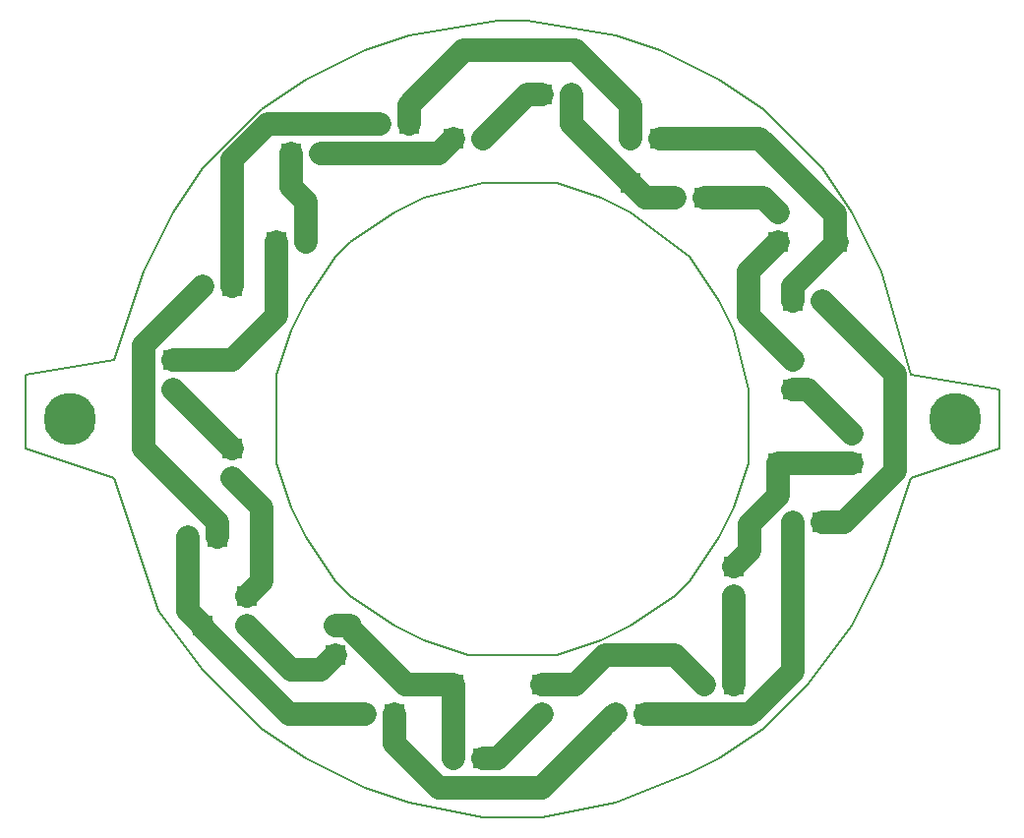
<source format=gbr>
G04 #@! TF.GenerationSoftware,KiCad,Pcbnew,(5.0.0)*
G04 #@! TF.CreationDate,2019-09-06T15:21:04-04:00*
G04 #@! TF.ProjectId,RG_Led_ring,52475F4C65645F72696E672E6B696361,rev?*
G04 #@! TF.SameCoordinates,Original*
G04 #@! TF.FileFunction,Copper,L2,Bot,Signal*
G04 #@! TF.FilePolarity,Positive*
%FSLAX46Y46*%
G04 Gerber Fmt 4.6, Leading zero omitted, Abs format (unit mm)*
G04 Created by KiCad (PCBNEW (5.0.0)) date 09/06/19 15:21:04*
%MOMM*%
%LPD*%
G01*
G04 APERTURE LIST*
G04 #@! TA.AperFunction,NonConductor*
%ADD10C,0.150000*%
G04 #@! TD*
G04 #@! TA.AperFunction,ComponentPad*
%ADD11R,1.800000X1.800000*%
G04 #@! TD*
G04 #@! TA.AperFunction,ComponentPad*
%ADD12C,1.800000*%
G04 #@! TD*
G04 #@! TA.AperFunction,ComponentPad*
%ADD13C,4.500000*%
G04 #@! TD*
G04 #@! TA.AperFunction,ComponentPad*
%ADD14R,1.700000X1.700000*%
G04 #@! TD*
G04 #@! TA.AperFunction,Conductor*
%ADD15C,2.000000*%
G04 #@! TD*
G04 APERTURE END LIST*
D10*
X210820000Y-99060000D02*
X213360000Y-102870000D01*
X209550000Y-96520000D02*
X210820000Y-99060000D01*
X208280000Y-92710000D02*
X209550000Y-96520000D01*
X208280000Y-91440000D02*
X208280000Y-92710000D01*
X208280000Y-90170000D02*
X208280000Y-91440000D01*
X208280000Y-85090000D02*
X208280000Y-90170000D01*
X209550000Y-81280000D02*
X208280000Y-85090000D01*
X210820000Y-78740000D02*
X209550000Y-81280000D01*
X213360000Y-74930000D02*
X210820000Y-78740000D01*
X214630000Y-73660000D02*
X213360000Y-74930000D01*
X218440000Y-71120000D02*
X214630000Y-73660000D01*
X220980000Y-69850000D02*
X218440000Y-71120000D01*
X226060000Y-68580000D02*
X220980000Y-69850000D01*
X232410000Y-68580000D02*
X226060000Y-68580000D01*
X236220000Y-69850000D02*
X232410000Y-68580000D01*
X238760000Y-71120000D02*
X236220000Y-69850000D01*
X243840000Y-74930000D02*
X238760000Y-71120000D01*
X246380000Y-78740000D02*
X243840000Y-74930000D01*
X247650000Y-81280000D02*
X246380000Y-78740000D01*
X248920000Y-86360000D02*
X247650000Y-81280000D01*
X248920000Y-91440000D02*
X248920000Y-86360000D01*
X248920000Y-92710000D02*
X248920000Y-91440000D01*
X247650000Y-96520000D02*
X248920000Y-92710000D01*
X246380000Y-99060000D02*
X247650000Y-96520000D01*
X243840000Y-102870000D02*
X246380000Y-99060000D01*
X242570000Y-104140000D02*
X243840000Y-102870000D01*
X238760000Y-106680000D02*
X242570000Y-104140000D01*
X236220000Y-107950000D02*
X238760000Y-106680000D01*
X232410000Y-109220000D02*
X236220000Y-107950000D01*
X224790000Y-109220000D02*
X232410000Y-109220000D01*
X220980000Y-107950000D02*
X224790000Y-109220000D01*
X218440000Y-106680000D02*
X220980000Y-107950000D01*
X214630000Y-104140000D02*
X218440000Y-106680000D01*
X213360000Y-102870000D02*
X214630000Y-104140000D01*
X219710000Y-55880000D02*
X215900000Y-57150000D01*
X227330000Y-54610000D02*
X219710000Y-55880000D01*
X229870000Y-54610000D02*
X227330000Y-54610000D01*
X250190000Y-62230000D02*
X246380000Y-59690000D01*
X252730000Y-64770000D02*
X250190000Y-62230000D01*
X255270000Y-67310000D02*
X252730000Y-64770000D01*
X257810000Y-71120000D02*
X255270000Y-67310000D01*
X261620000Y-97790000D02*
X262890000Y-93980000D01*
X260350000Y-101600000D02*
X261620000Y-97790000D01*
X257810000Y-106680000D02*
X260350000Y-101600000D01*
X254000000Y-111760000D02*
X257810000Y-106680000D01*
X250190000Y-115570000D02*
X254000000Y-111760000D01*
X246380000Y-118110000D02*
X250190000Y-115570000D01*
X243840000Y-119380000D02*
X246380000Y-118110000D01*
X237490000Y-121920000D02*
X243840000Y-119380000D01*
X231140000Y-123190000D02*
X237490000Y-121920000D01*
X226060000Y-123190000D02*
X231140000Y-123190000D01*
X219710000Y-121920000D02*
X226060000Y-123190000D01*
X215900000Y-120650000D02*
X219710000Y-121920000D01*
X210820000Y-118110000D02*
X215900000Y-120650000D01*
X207010000Y-115570000D02*
X210820000Y-118110000D01*
X205740000Y-114300000D02*
X207010000Y-115570000D01*
X201930000Y-110490000D02*
X205740000Y-114300000D01*
X198120000Y-105410000D02*
X201930000Y-110490000D01*
X196850000Y-101600000D02*
X198120000Y-105410000D01*
X195580000Y-97790000D02*
X196850000Y-101600000D01*
X194310000Y-93980000D02*
X195580000Y-97790000D01*
X195580000Y-80010000D02*
X194310000Y-83820000D01*
X196850000Y-76200000D02*
X195580000Y-80010000D01*
X198120000Y-73660000D02*
X196850000Y-76200000D01*
X199390000Y-71120000D02*
X198120000Y-73660000D01*
X201930000Y-67310000D02*
X199390000Y-71120000D01*
X204470000Y-64770000D02*
X201930000Y-67310000D01*
X207010000Y-62230000D02*
X204470000Y-64770000D01*
X210820000Y-59690000D02*
X207010000Y-62230000D01*
X213360000Y-58420000D02*
X210820000Y-59690000D01*
X215900000Y-57150000D02*
X213360000Y-58420000D01*
X237490000Y-55880000D02*
X229870000Y-54610000D01*
X241300000Y-57150000D02*
X237490000Y-55880000D01*
X246380000Y-59690000D02*
X241300000Y-57150000D01*
X260350000Y-76200000D02*
X257810000Y-71120000D01*
X262890000Y-85090000D02*
X260350000Y-76200000D01*
X262890000Y-93980000D02*
X270510000Y-91440000D01*
X262890000Y-85090000D02*
X270510000Y-86360000D01*
X186690000Y-91440000D02*
X194310000Y-93980000D01*
X186690000Y-85090000D02*
X194310000Y-83820000D01*
X186690000Y-85090000D02*
X186690000Y-91440000D01*
X270510000Y-91440000D02*
X270510000Y-86360000D01*
D11*
G04 #@! TO.P,D1,1*
G04 #@! TO.N,Net-(D1-Pad1)*
X203200000Y-99060000D03*
D12*
G04 #@! TO.P,D1,2*
G04 #@! TO.N,Net-(D1-Pad2)*
X200660000Y-99060000D03*
G04 #@! TD*
G04 #@! TO.P,D2,2*
G04 #@! TO.N,Net-(D1-Pad1)*
X201930000Y-77470000D03*
D11*
G04 #@! TO.P,D2,1*
G04 #@! TO.N,Net-(D2-Pad1)*
X204470000Y-77470000D03*
G04 #@! TD*
G04 #@! TO.P,D3,1*
G04 #@! TO.N,Net-(D3-Pad1)*
X219710000Y-63500000D03*
D12*
G04 #@! TO.P,D3,2*
G04 #@! TO.N,Net-(D2-Pad1)*
X217170000Y-63500000D03*
G04 #@! TD*
G04 #@! TO.P,D4,2*
G04 #@! TO.N,Net-(D3-Pad1)*
X238760000Y-64770000D03*
D11*
G04 #@! TO.P,D4,1*
G04 #@! TO.N,Net-(D4-Pad1)*
X241300000Y-64770000D03*
G04 #@! TD*
G04 #@! TO.P,D5,1*
G04 #@! TO.N,Net-(D4-Pad1)*
X252730000Y-78740000D03*
D12*
G04 #@! TO.P,D5,2*
G04 #@! TO.N,Net-(D5-Pad2)*
X255270000Y-78740000D03*
G04 #@! TD*
G04 #@! TO.P,D6,2*
G04 #@! TO.N,Net-(D6-Pad2)*
X252730000Y-97790000D03*
D11*
G04 #@! TO.P,D6,1*
G04 #@! TO.N,Net-(D5-Pad2)*
X255270000Y-97790000D03*
G04 #@! TD*
D12*
G04 #@! TO.P,D7,2*
G04 #@! TO.N,Net-(D7-Pad2)*
X237490000Y-114300000D03*
D11*
G04 #@! TO.P,D7,1*
G04 #@! TO.N,Net-(D6-Pad2)*
X240030000Y-114300000D03*
G04 #@! TD*
D12*
G04 #@! TO.P,D8,2*
G04 #@! TO.N,Net-(D1-Pad2)*
X215900000Y-114300000D03*
D11*
G04 #@! TO.P,D8,1*
G04 #@! TO.N,Net-(D7-Pad2)*
X218440000Y-114300000D03*
G04 #@! TD*
D12*
G04 #@! TO.P,D9,2*
G04 #@! TO.N,Net-(D10-Pad1)*
X247650000Y-104140000D03*
D11*
G04 #@! TO.P,D9,1*
G04 #@! TO.N,Net-(D20-Pad1)*
X247650000Y-101600000D03*
G04 #@! TD*
G04 #@! TO.P,D10,1*
G04 #@! TO.N,Net-(D10-Pad1)*
X247650000Y-111760000D03*
D12*
G04 #@! TO.P,D10,2*
G04 #@! TO.N,Net-(D10-Pad2)*
X245110000Y-111760000D03*
G04 #@! TD*
D11*
G04 #@! TO.P,D11,1*
G04 #@! TO.N,Net-(D10-Pad2)*
X231140000Y-111760000D03*
D12*
G04 #@! TO.P,D11,2*
G04 #@! TO.N,Net-(D11-Pad2)*
X231140000Y-114300000D03*
G04 #@! TD*
G04 #@! TO.P,D12,2*
G04 #@! TO.N,Net-(D12-Pad2)*
X223520000Y-118110000D03*
D11*
G04 #@! TO.P,D12,1*
G04 #@! TO.N,Net-(D11-Pad2)*
X226060000Y-118110000D03*
G04 #@! TD*
G04 #@! TO.P,D13,1*
G04 #@! TO.N,Net-(D13-Pad1)*
X213360000Y-109220000D03*
D12*
G04 #@! TO.P,D13,2*
G04 #@! TO.N,Net-(D12-Pad2)*
X213360000Y-106680000D03*
G04 #@! TD*
G04 #@! TO.P,D14,2*
G04 #@! TO.N,Net-(D13-Pad1)*
X205740000Y-106680000D03*
D11*
G04 #@! TO.P,D14,1*
G04 #@! TO.N,Net-(D14-Pad1)*
X205740000Y-104140000D03*
G04 #@! TD*
D12*
G04 #@! TO.P,D16,2*
G04 #@! TO.N,Net-(D15-Pad1)*
X199390000Y-86360000D03*
D11*
G04 #@! TO.P,D16,1*
G04 #@! TO.N,Net-(D16-Pad1)*
X199390000Y-83820000D03*
G04 #@! TD*
D13*
G04 #@! TO.P,MH1,1*
G04 #@! TO.N,N/C*
X190500000Y-88900000D03*
G04 #@! TD*
G04 #@! TO.P,MH2,1*
G04 #@! TO.N,N/C*
X266700000Y-88900000D03*
G04 #@! TD*
D11*
G04 #@! TO.P,D15,1*
G04 #@! TO.N,Net-(D15-Pad1)*
X204470000Y-91440000D03*
D12*
G04 #@! TO.P,D15,2*
G04 #@! TO.N,Net-(D14-Pad1)*
X204470000Y-93980000D03*
G04 #@! TD*
G04 #@! TO.P,D17,2*
G04 #@! TO.N,Net-(D17-Pad2)*
X242570000Y-69850000D03*
D11*
G04 #@! TO.P,D17,1*
G04 #@! TO.N,Net-(D17-Pad1)*
X245110000Y-69850000D03*
G04 #@! TD*
G04 #@! TO.P,D18,1*
G04 #@! TO.N,Net-(D18-Pad1)*
X251460000Y-73660000D03*
D12*
G04 #@! TO.P,D18,2*
G04 #@! TO.N,Net-(D17-Pad1)*
X251460000Y-71120000D03*
G04 #@! TD*
G04 #@! TO.P,D19,2*
G04 #@! TO.N,Net-(D18-Pad1)*
X252730000Y-83820000D03*
D11*
G04 #@! TO.P,D19,1*
G04 #@! TO.N,Net-(D19-Pad1)*
X252730000Y-86360000D03*
G04 #@! TD*
G04 #@! TO.P,D20,1*
G04 #@! TO.N,Net-(D20-Pad1)*
X257810000Y-92710000D03*
D12*
G04 #@! TO.P,D20,2*
G04 #@! TO.N,Net-(D19-Pad1)*
X257810000Y-90170000D03*
G04 #@! TD*
G04 #@! TO.P,D21,2*
G04 #@! TO.N,Net-(D17-Pad2)*
X233680000Y-60960000D03*
D11*
G04 #@! TO.P,D21,1*
G04 #@! TO.N,Net-(D21-Pad1)*
X231140000Y-60960000D03*
G04 #@! TD*
G04 #@! TO.P,D22,1*
G04 #@! TO.N,Net-(D22-Pad1)*
X223520000Y-64770000D03*
D12*
G04 #@! TO.P,D22,2*
G04 #@! TO.N,Net-(D21-Pad1)*
X226060000Y-64770000D03*
G04 #@! TD*
G04 #@! TO.P,D23,2*
G04 #@! TO.N,Net-(D22-Pad1)*
X212090000Y-66040000D03*
D11*
G04 #@! TO.P,D23,1*
G04 #@! TO.N,Net-(D23-Pad1)*
X209550000Y-66040000D03*
G04 #@! TD*
G04 #@! TO.P,D24,1*
G04 #@! TO.N,Net-(D16-Pad1)*
X208280000Y-73660000D03*
D12*
G04 #@! TO.P,D24,2*
G04 #@! TO.N,Net-(D23-Pad1)*
X210820000Y-73660000D03*
G04 #@! TD*
D14*
G04 #@! TO.P,J1,1*
G04 #@! TO.N,Net-(D12-Pad2)*
X223520000Y-111760000D03*
G04 #@! TD*
G04 #@! TO.P,J2,1*
G04 #@! TO.N,Net-(D1-Pad2)*
X201930000Y-106680000D03*
G04 #@! TD*
G04 #@! TO.P,J3,1*
G04 #@! TO.N,Net-(D20-Pad1)*
X251460000Y-92710000D03*
G04 #@! TD*
G04 #@! TO.P,J4,1*
G04 #@! TO.N,Net-(D16-Pad1)*
X208280000Y-78740000D03*
G04 #@! TD*
G04 #@! TO.P,J5,1*
G04 #@! TO.N,Net-(D4-Pad1)*
X256540000Y-73660000D03*
G04 #@! TD*
G04 #@! TO.P,J6,1*
G04 #@! TO.N,Net-(D17-Pad2)*
X238760000Y-68580000D03*
G04 #@! TD*
D15*
G04 #@! TO.N,Net-(D1-Pad1)*
X203200000Y-97787208D02*
X203200000Y-99060000D01*
X196850000Y-91437208D02*
X203200000Y-97787208D01*
X201930000Y-77470000D02*
X196850000Y-82550000D01*
X196850000Y-82550000D02*
X196850000Y-91437208D01*
G04 #@! TO.N,Net-(D2-Pad1)*
X207543136Y-63500000D02*
X205745009Y-65298127D01*
X217170000Y-63500000D02*
X207543136Y-63500000D01*
X204470000Y-66573136D02*
X205745009Y-65298127D01*
X204470000Y-77470000D02*
X204470000Y-66573136D01*
G04 #@! TO.N,Net-(D3-Pad1)*
X219710000Y-63500000D02*
X219710000Y-61870000D01*
X219710000Y-61870000D02*
X224430000Y-57150000D01*
X234040000Y-57150000D02*
X232410000Y-57150000D01*
X238760000Y-61870000D02*
X234040000Y-57150000D01*
X238760000Y-64770000D02*
X238760000Y-61870000D01*
X224430000Y-57150000D02*
X232410000Y-57150000D01*
G04 #@! TO.N,Net-(D4-Pad1)*
X249887264Y-64770000D02*
X256358360Y-71241095D01*
X241300000Y-64770000D02*
X249887264Y-64770000D01*
G04 #@! TO.N,Net-(D5-Pad2)*
X255270000Y-97790000D02*
X257133211Y-97790000D01*
X261541558Y-93381653D02*
X260350000Y-94573211D01*
X261541558Y-85011558D02*
X261541558Y-93381653D01*
X255270000Y-78740000D02*
X261541558Y-85011558D01*
X257133211Y-97790000D02*
X260350000Y-94573211D01*
G04 #@! TO.N,Net-(D6-Pad2)*
X252730000Y-99062792D02*
X252730000Y-97790000D01*
X252730000Y-110640002D02*
X252730000Y-99062792D01*
X249070002Y-114300000D02*
X252730000Y-110640002D01*
X240030000Y-114300000D02*
X249070002Y-114300000D01*
G04 #@! TO.N,Net-(D7-Pad2)*
X236590001Y-115199999D02*
X237490000Y-114300000D01*
X231140000Y-120650000D02*
X236590001Y-115199999D01*
X222250000Y-120650000D02*
X231140000Y-120650000D01*
X218440000Y-116840000D02*
X222250000Y-120650000D01*
X218440000Y-114300000D02*
X218440000Y-116840000D01*
G04 #@! TO.N,Net-(D1-Pad2)*
X209399998Y-114300000D02*
X215900000Y-114300000D01*
X209399998Y-114300000D02*
X209550000Y-114300000D01*
X201930000Y-106830002D02*
X209399998Y-114300000D01*
X201930000Y-106680000D02*
X201930000Y-106830002D01*
X200660000Y-105410000D02*
X201930000Y-106680000D01*
X200660000Y-99060000D02*
X200660000Y-105410000D01*
G04 #@! TO.N,Net-(D10-Pad1)*
X247650000Y-111760000D02*
X247650000Y-104140000D01*
G04 #@! TO.N,Net-(D20-Pad1)*
X251460000Y-95560000D02*
X251460000Y-92710000D01*
X249030967Y-97989033D02*
X251460000Y-95560000D01*
X249030967Y-100219033D02*
X249030967Y-97989033D01*
X247650000Y-101600000D02*
X249030967Y-100219033D01*
G04 #@! TO.N,Net-(D10-Pad2)*
X234040000Y-111760000D02*
X236580000Y-109220000D01*
X231140000Y-111760000D02*
X234040000Y-111760000D01*
X242570000Y-109220000D02*
X245110000Y-111760000D01*
X236580000Y-109220000D02*
X242570000Y-109220000D01*
G04 #@! TO.N,Net-(D11-Pad2)*
X227330000Y-118110000D02*
X231140000Y-114300000D01*
X226060000Y-118110000D02*
X227330000Y-118110000D01*
G04 #@! TO.N,Net-(D12-Pad2)*
X223520000Y-118110000D02*
X223520000Y-115570000D01*
X214630000Y-106680000D02*
X213360000Y-106680000D01*
X214630000Y-106990000D02*
X214630000Y-106680000D01*
X223520000Y-111760000D02*
X219400000Y-111760000D01*
X219400000Y-111760000D02*
X214630000Y-106990000D01*
X223520000Y-115570000D02*
X223520000Y-111760000D01*
G04 #@! TO.N,Net-(D13-Pad1)*
X205740000Y-106680000D02*
X209550000Y-110490000D01*
X212090000Y-110490000D02*
X213360000Y-109220000D01*
X209550000Y-110490000D02*
X212090000Y-110490000D01*
G04 #@! TO.N,Net-(D14-Pad1)*
X207010000Y-102870000D02*
X205740000Y-104140000D01*
X204470000Y-93980000D02*
X207010000Y-96520000D01*
X207010000Y-96520000D02*
X207010000Y-102870000D01*
G04 #@! TO.N,Net-(D15-Pad1)*
X199390000Y-86360000D02*
X204470000Y-91440000D01*
G04 #@! TO.N,Net-(D4-Pad1)*
X255270000Y-74930000D02*
X256540000Y-73660000D01*
X252730000Y-77470000D02*
X256540000Y-73660000D01*
X252730000Y-78740000D02*
X252730000Y-77470000D01*
G04 #@! TO.N,Net-(D17-Pad1)*
X250190000Y-69850000D02*
X251460000Y-71120000D01*
X245110000Y-69850000D02*
X250190000Y-69850000D01*
G04 #@! TO.N,Net-(D18-Pad1)*
X252730000Y-83820000D02*
X248920000Y-80010000D01*
X248920000Y-80010000D02*
X248920000Y-76200000D01*
X248920000Y-76200000D02*
X251460000Y-73660000D01*
G04 #@! TO.N,Net-(D19-Pad1)*
X254000000Y-86360000D02*
X252730000Y-86360000D01*
X257810000Y-90170000D02*
X254000000Y-86360000D01*
G04 #@! TO.N,Net-(D17-Pad2)*
X237490000Y-67310000D02*
X238760000Y-68580000D01*
X240030000Y-69850000D02*
X238760000Y-68580000D01*
X233680000Y-63500000D02*
X237490000Y-67310000D01*
X233680000Y-60960000D02*
X233680000Y-63500000D01*
X242570000Y-69850000D02*
X240030000Y-69850000D01*
G04 #@! TO.N,Net-(D21-Pad1)*
X229870000Y-60960000D02*
X226060000Y-64770000D01*
X231140000Y-60960000D02*
X229870000Y-60960000D01*
G04 #@! TO.N,Net-(D22-Pad1)*
X222250000Y-66040000D02*
X212090000Y-66040000D01*
X223520000Y-64770000D02*
X222250000Y-66040000D01*
G04 #@! TO.N,Net-(D23-Pad1)*
X210820000Y-70210000D02*
X210820000Y-73660000D01*
X209550000Y-66040000D02*
X209550000Y-68940000D01*
X209550000Y-68940000D02*
X210820000Y-70210000D01*
G04 #@! TO.N,Net-(D4-Pad1)*
X256358360Y-73478360D02*
X256540000Y-73660000D01*
X256358360Y-71241095D02*
X256358360Y-73478360D01*
G04 #@! TO.N,Net-(D16-Pad1)*
X208280000Y-80010000D02*
X208280000Y-73660000D01*
X199390000Y-83820000D02*
X204470000Y-83820000D01*
X204470000Y-83820000D02*
X208280000Y-80010000D01*
G04 #@! TO.N,Net-(D20-Pad1)*
X251460000Y-92710000D02*
X257810000Y-92710000D01*
G04 #@! TD*
M02*

</source>
